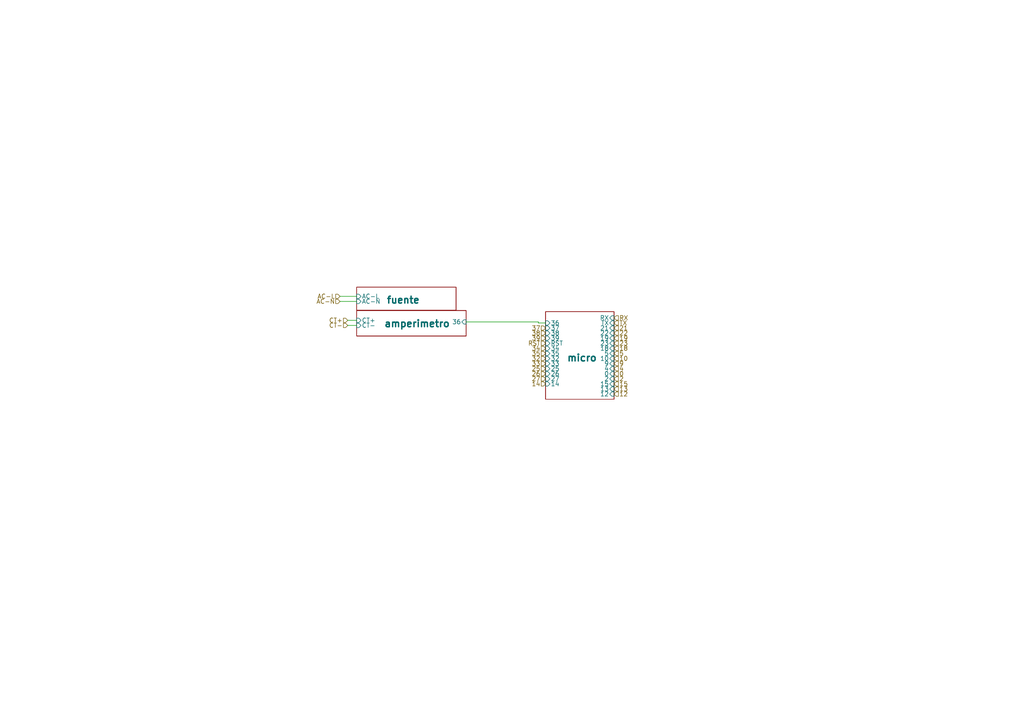
<source format=kicad_sch>
(kicad_sch (version 20211123) (generator eeschema)
  (paper "A4")
  (lib_symbols)
  (wire (pts (xy 103.4542 94.3864) (xy 100.8634 94.3864)))
  (wire (pts (xy 158.242 93.6752) (xy 156.1592 93.6752)))
  (wire (pts (xy 156.1592 93.6752) (xy 156.1592 93.3704)))
  (wire (pts (xy 98.6282 87.4268) (xy 103.4542 87.4268)))
  (wire (pts (xy 100.8634 92.9132) (xy 103.4542 92.9132)))
  (wire (pts (xy 98.6282 85.9536) (xy 103.4542 85.9536)))
  (wire (pts (xy 156.1592 93.3704) (xy 135.2042 93.3704)))
  (hierarchical_label "CT-" (shape input) (at 100.8634 94.3864 180))
  (hierarchical_label "27" (shape input) (at 158.242 109.8804 180))
  (hierarchical_label "14" (shape input) (at 158.242 111.3536 180))
  (hierarchical_label "2" (shape input) (at 178.1048 109.8804 0))
  (hierarchical_label "37" (shape input) (at 158.242 95.1484 180))
  (hierarchical_label "19" (shape input) (at 178.1048 98.0948 0))
  (hierarchical_label "RST" (shape input) (at 158.242 99.568 180))
  (hierarchical_label "33" (shape input) (at 158.242 105.4608 180))
  (hierarchical_label "0" (shape input) (at 178.1048 108.4072 0))
  (hierarchical_label "4" (shape input) (at 178.1048 106.934 0))
  (hierarchical_label "25" (shape input) (at 158.242 106.934 180))
  (hierarchical_label "CT+" (shape input) (at 100.8634 92.9132 180))
  (hierarchical_label "RX" (shape input) (at 178.1048 92.202 0))
  (hierarchical_label "13" (shape input) (at 178.1048 112.8268 0))
  (hierarchical_label "26" (shape input) (at 158.242 108.4072 180))
  (hierarchical_label "32" (shape input) (at 158.242 103.9876 180))
  (hierarchical_label "18" (shape input) (at 178.1048 101.0412 0))
  (hierarchical_label "38" (shape input) (at 158.242 96.6216 180))
  (hierarchical_label "21" (shape input) (at 178.1048 95.1484 0))
  (hierarchical_label "23" (shape input) (at 178.1048 99.568 0))
  (hierarchical_label "39" (shape input) (at 158.242 98.0948 180))
  (hierarchical_label "15" (shape input) (at 178.1048 111.3536 0))
  (hierarchical_label "12" (shape input) (at 178.1048 114.3 0))
  (hierarchical_label "10" (shape input) (at 178.1048 103.9876 0))
  (hierarchical_label "9" (shape input) (at 178.1048 105.4608 0))
  (hierarchical_label "34" (shape input) (at 158.242 101.0412 180))
  (hierarchical_label "AC-N" (shape input) (at 98.6282 87.4268 180))
  (hierarchical_label "5" (shape input) (at 178.1048 102.5144 0))
  (hierarchical_label "35" (shape input) (at 158.242 102.5144 180))
  (hierarchical_label "TX" (shape input) (at 178.1048 93.6752 0))
  (hierarchical_label "AC-L" (shape input) (at 98.6282 85.9536 180))
  (hierarchical_label "22" (shape input) (at 178.1048 96.6216 0))
  (sheet (at 103.4542 90.0684) (size 31.75 7.3914) (stroke (width 0.1524))
    (property "Sheet name" "amperimetro" (at 111.3282 95.0214 0) (effects (font (size 2 2) bold) (justify left bottom)))
    (property "Sheet file" "amperimetro.kicad_sch" (effects hide))
    (pin "CT+" input (at 103.4542 92.9132 180))
    (pin "CT-" input (at 103.4542 94.3864 180))
    (pin "36" input (at 135.2042 93.3704 0))
  )
  (sheet (at 103.4542 83.2866) (size 28.829 6.6802) (stroke (width 0.1524))
    (property "Sheet name" "fuente" (at 112.014 88.1634 0) (effects (font (size 2 2) bold) (justify left bottom)))
    (property "Sheet file" "fuente.kicad_sch" (effects hide))
    (pin "AC-L" input (at 103.4542 85.9536 180))
    (pin "AC-N" input (at 103.4542 87.4268 180))
  )
  (sheet (at 158.242 90.3986) (size 19.8628 25.4) (stroke (width 0.1524))
    (property "Sheet name" "micro" (at 164.338 104.9528 0) (effects (font (size 2 2) bold) (justify left bottom)))
    (property "Sheet file" "micro.kicad_sch" (effects hide))
    (pin "27" input (at 158.242 109.8804 180))
    (pin "26" input (at 158.242 108.4072 180))
    (pin "25" input (at 158.242 106.934 180))
    (pin "14" input (at 158.242 111.3536 180))
    (pin "18" input (at 178.1048 101.0412 0))
    (pin "5" input (at 178.1048 102.5144 0))
    (pin "23" input (at 178.1048 99.568 0))
    (pin "19" input (at 178.1048 98.0948 0))
    (pin "10" input (at 178.1048 103.9876 0))
    (pin "TX" input (at 178.1048 93.6752 0))
    (pin "21" input (at 178.1048 95.1484 0))
    (pin "22" input (at 178.1048 96.6216 0))
    (pin "RX" input (at 178.1048 92.202 0))
    (pin "2" input (at 178.1048 109.8804 0))
    (pin "9" input (at 178.1048 105.4608 0))
    (pin "15" input (at 178.1048 111.3536 0))
    (pin "4" input (at 178.1048 106.934 0))
    (pin "0" input (at 178.1048 108.4072 0))
    (pin "13" input (at 178.1048 112.8268 0))
    (pin "12" input (at 178.1048 114.3 0))
    (pin "36" input (at 158.242 93.6752 180))
    (pin "34" input (at 158.242 101.0412 180))
    (pin "37" input (at 158.242 95.1484 180))
    (pin "38" input (at 158.242 96.6216 180))
    (pin "35" input (at 158.242 102.5144 180))
    (pin "39" input (at 158.242 98.0948 180))
    (pin "RST" input (at 158.242 99.568 180))
    (pin "33" input (at 158.242 105.4608 180))
    (pin "32" input (at 158.242 103.9876 180))
  )
)
</source>
